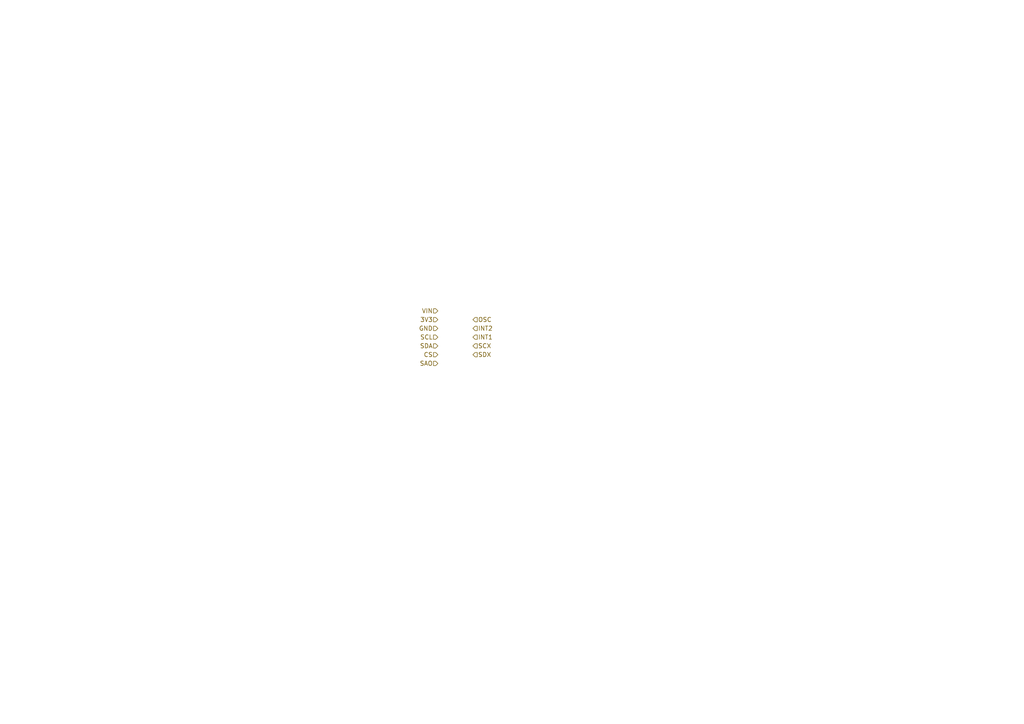
<source format=kicad_sch>
(kicad_sch (version 20230121) (generator eeschema)
  (paper "A4")
  (lib_symbols)
  (hierarchical_label "VIN" (shape input) (at 127 90.17 180))
  (hierarchical_label "SAO" (shape input) (at 127 105.41 180))
  (hierarchical_label "OSC" (shape input) (at 137.16 92.71 0))
  (hierarchical_label "SDA" (shape input) (at 127 100.33 180))
  (hierarchical_label "CS" (shape input) (at 127 102.87 180))
  (hierarchical_label "SCL" (shape input) (at 127 97.79 180))
  (hierarchical_label "SDX" (shape input) (at 137.16 102.87 0))
  (hierarchical_label "3V3" (shape input) (at 127 92.71 180))
  (hierarchical_label "SCX" (shape input) (at 137.16 100.33 0))
  (hierarchical_label "INT2" (shape input) (at 137.16 95.25 0))
  (hierarchical_label "INT1" (shape input) (at 137.16 97.79 0))
  (hierarchical_label "GND" (shape input) (at 127 95.25 180))
)
</source>
